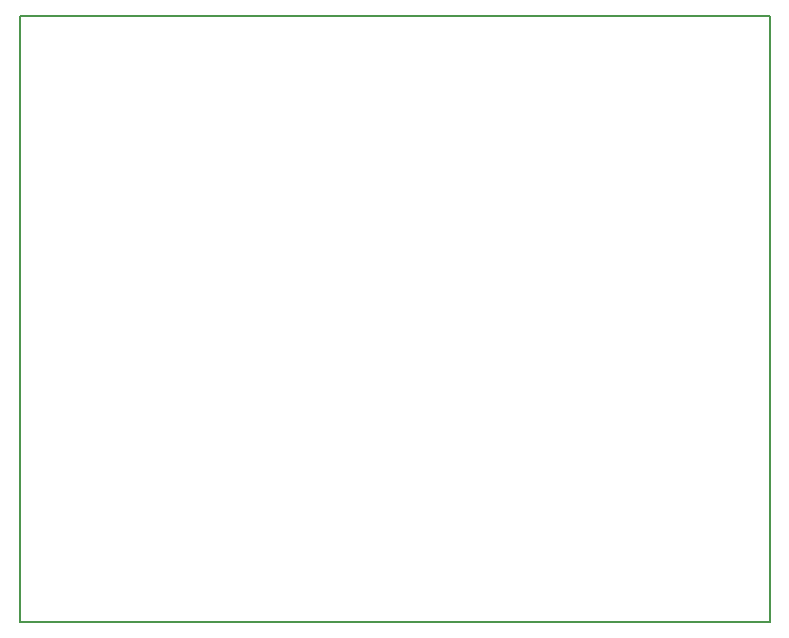
<source format=gbr>
G04 #@! TF.FileFunction,Profile,NP*
%FSLAX46Y46*%
G04 Gerber Fmt 4.6, Leading zero omitted, Abs format (unit mm)*
G04 Created by KiCad (PCBNEW 4.0.7-e2-6376~58~ubuntu16.04.1) date Thu Jun 21 09:26:38 2018*
%MOMM*%
%LPD*%
G01*
G04 APERTURE LIST*
%ADD10C,0.100000*%
%ADD11C,0.150000*%
G04 APERTURE END LIST*
D10*
D11*
X102108000Y-70612000D02*
X102108000Y-121920000D01*
X165608000Y-70612000D02*
X102108000Y-70612000D01*
X165608000Y-121920000D02*
X165608000Y-70612000D01*
X102108000Y-121920000D02*
X165608000Y-121920000D01*
M02*

</source>
